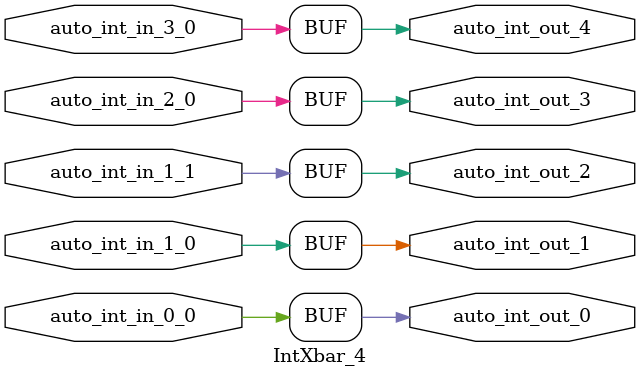
<source format=v>
module IntXbar_4( // @[:freechips.rocketchip.system.DefaultRV32Config.fir@175544.2]
  input   auto_int_in_3_0, // @[:freechips.rocketchip.system.DefaultRV32Config.fir@175547.4]
  input   auto_int_in_2_0, // @[:freechips.rocketchip.system.DefaultRV32Config.fir@175547.4]
  input   auto_int_in_1_0, // @[:freechips.rocketchip.system.DefaultRV32Config.fir@175547.4]
  input   auto_int_in_1_1, // @[:freechips.rocketchip.system.DefaultRV32Config.fir@175547.4]
  input   auto_int_in_0_0, // @[:freechips.rocketchip.system.DefaultRV32Config.fir@175547.4]
  output  auto_int_out_0, // @[:freechips.rocketchip.system.DefaultRV32Config.fir@175547.4]
  output  auto_int_out_1, // @[:freechips.rocketchip.system.DefaultRV32Config.fir@175547.4]
  output  auto_int_out_2, // @[:freechips.rocketchip.system.DefaultRV32Config.fir@175547.4]
  output  auto_int_out_3, // @[:freechips.rocketchip.system.DefaultRV32Config.fir@175547.4]
  output  auto_int_out_4 // @[:freechips.rocketchip.system.DefaultRV32Config.fir@175547.4]
);
  assign auto_int_out_0 = auto_int_in_0_0; // @[LazyModule.scala 305:12:freechips.rocketchip.system.DefaultRV32Config.fir@175562.4]
  assign auto_int_out_1 = auto_int_in_1_0; // @[LazyModule.scala 305:12:freechips.rocketchip.system.DefaultRV32Config.fir@175562.4]
  assign auto_int_out_2 = auto_int_in_1_1; // @[LazyModule.scala 305:12:freechips.rocketchip.system.DefaultRV32Config.fir@175562.4]
  assign auto_int_out_3 = auto_int_in_2_0; // @[LazyModule.scala 305:12:freechips.rocketchip.system.DefaultRV32Config.fir@175562.4]
  assign auto_int_out_4 = auto_int_in_3_0; // @[LazyModule.scala 305:12:freechips.rocketchip.system.DefaultRV32Config.fir@175562.4]
endmodule

</source>
